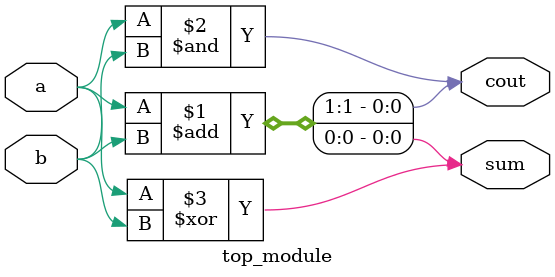
<source format=v>
module top_module( 
    input a, b,
    output cout, sum 
    );
    assign {cout, sum} = a + b;
    assign cout = a & b;
    assign sum = a ^b;
endmodule
</source>
